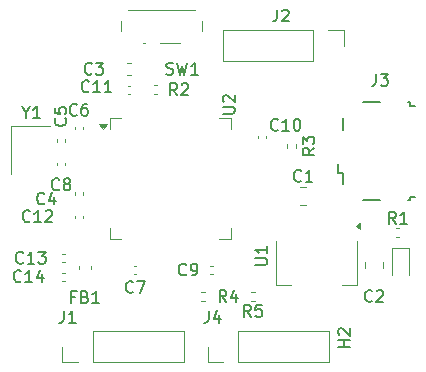
<source format=gbr>
%TF.GenerationSoftware,KiCad,Pcbnew,8.0.3*%
%TF.CreationDate,2024-06-28T00:17:40-05:00*%
%TF.ProjectId,Example PCB,4578616d-706c-4652-9050-43422e6b6963,rev?*%
%TF.SameCoordinates,Original*%
%TF.FileFunction,Legend,Top*%
%TF.FilePolarity,Positive*%
%FSLAX46Y46*%
G04 Gerber Fmt 4.6, Leading zero omitted, Abs format (unit mm)*
G04 Created by KiCad (PCBNEW 8.0.3) date 2024-06-28 00:17:40*
%MOMM*%
%LPD*%
G01*
G04 APERTURE LIST*
%ADD10C,0.150000*%
%ADD11C,0.120000*%
G04 APERTURE END LIST*
D10*
X111666667Y-108157200D02*
X111809524Y-108204819D01*
X111809524Y-108204819D02*
X112047619Y-108204819D01*
X112047619Y-108204819D02*
X112142857Y-108157200D01*
X112142857Y-108157200D02*
X112190476Y-108109580D01*
X112190476Y-108109580D02*
X112238095Y-108014342D01*
X112238095Y-108014342D02*
X112238095Y-107919104D01*
X112238095Y-107919104D02*
X112190476Y-107823866D01*
X112190476Y-107823866D02*
X112142857Y-107776247D01*
X112142857Y-107776247D02*
X112047619Y-107728628D01*
X112047619Y-107728628D02*
X111857143Y-107681009D01*
X111857143Y-107681009D02*
X111761905Y-107633390D01*
X111761905Y-107633390D02*
X111714286Y-107585771D01*
X111714286Y-107585771D02*
X111666667Y-107490533D01*
X111666667Y-107490533D02*
X111666667Y-107395295D01*
X111666667Y-107395295D02*
X111714286Y-107300057D01*
X111714286Y-107300057D02*
X111761905Y-107252438D01*
X111761905Y-107252438D02*
X111857143Y-107204819D01*
X111857143Y-107204819D02*
X112095238Y-107204819D01*
X112095238Y-107204819D02*
X112238095Y-107252438D01*
X112571429Y-107204819D02*
X112809524Y-108204819D01*
X112809524Y-108204819D02*
X113000000Y-107490533D01*
X113000000Y-107490533D02*
X113190476Y-108204819D01*
X113190476Y-108204819D02*
X113428572Y-107204819D01*
X114333333Y-108204819D02*
X113761905Y-108204819D01*
X114047619Y-108204819D02*
X114047619Y-107204819D01*
X114047619Y-107204819D02*
X113952381Y-107347676D01*
X113952381Y-107347676D02*
X113857143Y-107442914D01*
X113857143Y-107442914D02*
X113761905Y-107490533D01*
X127204819Y-131261904D02*
X126204819Y-131261904D01*
X126681009Y-131261904D02*
X126681009Y-130690476D01*
X127204819Y-130690476D02*
X126204819Y-130690476D01*
X126300057Y-130261904D02*
X126252438Y-130214285D01*
X126252438Y-130214285D02*
X126204819Y-130119047D01*
X126204819Y-130119047D02*
X126204819Y-129880952D01*
X126204819Y-129880952D02*
X126252438Y-129785714D01*
X126252438Y-129785714D02*
X126300057Y-129738095D01*
X126300057Y-129738095D02*
X126395295Y-129690476D01*
X126395295Y-129690476D02*
X126490533Y-129690476D01*
X126490533Y-129690476D02*
X126633390Y-129738095D01*
X126633390Y-129738095D02*
X127204819Y-130309523D01*
X127204819Y-130309523D02*
X127204819Y-129690476D01*
X99773809Y-111428628D02*
X99773809Y-111904819D01*
X99440476Y-110904819D02*
X99773809Y-111428628D01*
X99773809Y-111428628D02*
X100107142Y-110904819D01*
X100964285Y-111904819D02*
X100392857Y-111904819D01*
X100678571Y-111904819D02*
X100678571Y-110904819D01*
X100678571Y-110904819D02*
X100583333Y-111047676D01*
X100583333Y-111047676D02*
X100488095Y-111142914D01*
X100488095Y-111142914D02*
X100392857Y-111190533D01*
X116454819Y-111511904D02*
X117264342Y-111511904D01*
X117264342Y-111511904D02*
X117359580Y-111464285D01*
X117359580Y-111464285D02*
X117407200Y-111416666D01*
X117407200Y-111416666D02*
X117454819Y-111321428D01*
X117454819Y-111321428D02*
X117454819Y-111130952D01*
X117454819Y-111130952D02*
X117407200Y-111035714D01*
X117407200Y-111035714D02*
X117359580Y-110988095D01*
X117359580Y-110988095D02*
X117264342Y-110940476D01*
X117264342Y-110940476D02*
X116454819Y-110940476D01*
X116550057Y-110511904D02*
X116502438Y-110464285D01*
X116502438Y-110464285D02*
X116454819Y-110369047D01*
X116454819Y-110369047D02*
X116454819Y-110130952D01*
X116454819Y-110130952D02*
X116502438Y-110035714D01*
X116502438Y-110035714D02*
X116550057Y-109988095D01*
X116550057Y-109988095D02*
X116645295Y-109940476D01*
X116645295Y-109940476D02*
X116740533Y-109940476D01*
X116740533Y-109940476D02*
X116883390Y-109988095D01*
X116883390Y-109988095D02*
X117454819Y-110559523D01*
X117454819Y-110559523D02*
X117454819Y-109940476D01*
X119204819Y-124311904D02*
X120014342Y-124311904D01*
X120014342Y-124311904D02*
X120109580Y-124264285D01*
X120109580Y-124264285D02*
X120157200Y-124216666D01*
X120157200Y-124216666D02*
X120204819Y-124121428D01*
X120204819Y-124121428D02*
X120204819Y-123930952D01*
X120204819Y-123930952D02*
X120157200Y-123835714D01*
X120157200Y-123835714D02*
X120109580Y-123788095D01*
X120109580Y-123788095D02*
X120014342Y-123740476D01*
X120014342Y-123740476D02*
X119204819Y-123740476D01*
X120204819Y-122740476D02*
X120204819Y-123311904D01*
X120204819Y-123026190D02*
X119204819Y-123026190D01*
X119204819Y-123026190D02*
X119347676Y-123121428D01*
X119347676Y-123121428D02*
X119442914Y-123216666D01*
X119442914Y-123216666D02*
X119490533Y-123311904D01*
X118823333Y-128704819D02*
X118490000Y-128228628D01*
X118251905Y-128704819D02*
X118251905Y-127704819D01*
X118251905Y-127704819D02*
X118632857Y-127704819D01*
X118632857Y-127704819D02*
X118728095Y-127752438D01*
X118728095Y-127752438D02*
X118775714Y-127800057D01*
X118775714Y-127800057D02*
X118823333Y-127895295D01*
X118823333Y-127895295D02*
X118823333Y-128038152D01*
X118823333Y-128038152D02*
X118775714Y-128133390D01*
X118775714Y-128133390D02*
X118728095Y-128181009D01*
X118728095Y-128181009D02*
X118632857Y-128228628D01*
X118632857Y-128228628D02*
X118251905Y-128228628D01*
X119728095Y-127704819D02*
X119251905Y-127704819D01*
X119251905Y-127704819D02*
X119204286Y-128181009D01*
X119204286Y-128181009D02*
X119251905Y-128133390D01*
X119251905Y-128133390D02*
X119347143Y-128085771D01*
X119347143Y-128085771D02*
X119585238Y-128085771D01*
X119585238Y-128085771D02*
X119680476Y-128133390D01*
X119680476Y-128133390D02*
X119728095Y-128181009D01*
X119728095Y-128181009D02*
X119775714Y-128276247D01*
X119775714Y-128276247D02*
X119775714Y-128514342D01*
X119775714Y-128514342D02*
X119728095Y-128609580D01*
X119728095Y-128609580D02*
X119680476Y-128657200D01*
X119680476Y-128657200D02*
X119585238Y-128704819D01*
X119585238Y-128704819D02*
X119347143Y-128704819D01*
X119347143Y-128704819D02*
X119251905Y-128657200D01*
X119251905Y-128657200D02*
X119204286Y-128609580D01*
X116743333Y-127454819D02*
X116410000Y-126978628D01*
X116171905Y-127454819D02*
X116171905Y-126454819D01*
X116171905Y-126454819D02*
X116552857Y-126454819D01*
X116552857Y-126454819D02*
X116648095Y-126502438D01*
X116648095Y-126502438D02*
X116695714Y-126550057D01*
X116695714Y-126550057D02*
X116743333Y-126645295D01*
X116743333Y-126645295D02*
X116743333Y-126788152D01*
X116743333Y-126788152D02*
X116695714Y-126883390D01*
X116695714Y-126883390D02*
X116648095Y-126931009D01*
X116648095Y-126931009D02*
X116552857Y-126978628D01*
X116552857Y-126978628D02*
X116171905Y-126978628D01*
X117600476Y-126788152D02*
X117600476Y-127454819D01*
X117362381Y-126407200D02*
X117124286Y-127121485D01*
X117124286Y-127121485D02*
X117743333Y-127121485D01*
X124204819Y-114416666D02*
X123728628Y-114749999D01*
X124204819Y-114988094D02*
X123204819Y-114988094D01*
X123204819Y-114988094D02*
X123204819Y-114607142D01*
X123204819Y-114607142D02*
X123252438Y-114511904D01*
X123252438Y-114511904D02*
X123300057Y-114464285D01*
X123300057Y-114464285D02*
X123395295Y-114416666D01*
X123395295Y-114416666D02*
X123538152Y-114416666D01*
X123538152Y-114416666D02*
X123633390Y-114464285D01*
X123633390Y-114464285D02*
X123681009Y-114511904D01*
X123681009Y-114511904D02*
X123728628Y-114607142D01*
X123728628Y-114607142D02*
X123728628Y-114988094D01*
X123204819Y-114083332D02*
X123204819Y-113464285D01*
X123204819Y-113464285D02*
X123585771Y-113797618D01*
X123585771Y-113797618D02*
X123585771Y-113654761D01*
X123585771Y-113654761D02*
X123633390Y-113559523D01*
X123633390Y-113559523D02*
X123681009Y-113511904D01*
X123681009Y-113511904D02*
X123776247Y-113464285D01*
X123776247Y-113464285D02*
X124014342Y-113464285D01*
X124014342Y-113464285D02*
X124109580Y-113511904D01*
X124109580Y-113511904D02*
X124157200Y-113559523D01*
X124157200Y-113559523D02*
X124204819Y-113654761D01*
X124204819Y-113654761D02*
X124204819Y-113940475D01*
X124204819Y-113940475D02*
X124157200Y-114035713D01*
X124157200Y-114035713D02*
X124109580Y-114083332D01*
X112583333Y-109954819D02*
X112250000Y-109478628D01*
X112011905Y-109954819D02*
X112011905Y-108954819D01*
X112011905Y-108954819D02*
X112392857Y-108954819D01*
X112392857Y-108954819D02*
X112488095Y-109002438D01*
X112488095Y-109002438D02*
X112535714Y-109050057D01*
X112535714Y-109050057D02*
X112583333Y-109145295D01*
X112583333Y-109145295D02*
X112583333Y-109288152D01*
X112583333Y-109288152D02*
X112535714Y-109383390D01*
X112535714Y-109383390D02*
X112488095Y-109431009D01*
X112488095Y-109431009D02*
X112392857Y-109478628D01*
X112392857Y-109478628D02*
X112011905Y-109478628D01*
X112964286Y-109050057D02*
X113011905Y-109002438D01*
X113011905Y-109002438D02*
X113107143Y-108954819D01*
X113107143Y-108954819D02*
X113345238Y-108954819D01*
X113345238Y-108954819D02*
X113440476Y-109002438D01*
X113440476Y-109002438D02*
X113488095Y-109050057D01*
X113488095Y-109050057D02*
X113535714Y-109145295D01*
X113535714Y-109145295D02*
X113535714Y-109240533D01*
X113535714Y-109240533D02*
X113488095Y-109383390D01*
X113488095Y-109383390D02*
X112916667Y-109954819D01*
X112916667Y-109954819D02*
X113535714Y-109954819D01*
X131083333Y-120834819D02*
X130750000Y-120358628D01*
X130511905Y-120834819D02*
X130511905Y-119834819D01*
X130511905Y-119834819D02*
X130892857Y-119834819D01*
X130892857Y-119834819D02*
X130988095Y-119882438D01*
X130988095Y-119882438D02*
X131035714Y-119930057D01*
X131035714Y-119930057D02*
X131083333Y-120025295D01*
X131083333Y-120025295D02*
X131083333Y-120168152D01*
X131083333Y-120168152D02*
X131035714Y-120263390D01*
X131035714Y-120263390D02*
X130988095Y-120311009D01*
X130988095Y-120311009D02*
X130892857Y-120358628D01*
X130892857Y-120358628D02*
X130511905Y-120358628D01*
X132035714Y-120834819D02*
X131464286Y-120834819D01*
X131750000Y-120834819D02*
X131750000Y-119834819D01*
X131750000Y-119834819D02*
X131654762Y-119977676D01*
X131654762Y-119977676D02*
X131559524Y-120072914D01*
X131559524Y-120072914D02*
X131464286Y-120120533D01*
X115246666Y-128204819D02*
X115246666Y-128919104D01*
X115246666Y-128919104D02*
X115199047Y-129061961D01*
X115199047Y-129061961D02*
X115103809Y-129157200D01*
X115103809Y-129157200D02*
X114960952Y-129204819D01*
X114960952Y-129204819D02*
X114865714Y-129204819D01*
X116151428Y-128538152D02*
X116151428Y-129204819D01*
X115913333Y-128157200D02*
X115675238Y-128871485D01*
X115675238Y-128871485D02*
X116294285Y-128871485D01*
X129416666Y-108154819D02*
X129416666Y-108869104D01*
X129416666Y-108869104D02*
X129369047Y-109011961D01*
X129369047Y-109011961D02*
X129273809Y-109107200D01*
X129273809Y-109107200D02*
X129130952Y-109154819D01*
X129130952Y-109154819D02*
X129035714Y-109154819D01*
X129797619Y-108154819D02*
X130416666Y-108154819D01*
X130416666Y-108154819D02*
X130083333Y-108535771D01*
X130083333Y-108535771D02*
X130226190Y-108535771D01*
X130226190Y-108535771D02*
X130321428Y-108583390D01*
X130321428Y-108583390D02*
X130369047Y-108631009D01*
X130369047Y-108631009D02*
X130416666Y-108726247D01*
X130416666Y-108726247D02*
X130416666Y-108964342D01*
X130416666Y-108964342D02*
X130369047Y-109059580D01*
X130369047Y-109059580D02*
X130321428Y-109107200D01*
X130321428Y-109107200D02*
X130226190Y-109154819D01*
X130226190Y-109154819D02*
X129940476Y-109154819D01*
X129940476Y-109154819D02*
X129845238Y-109107200D01*
X129845238Y-109107200D02*
X129797619Y-109059580D01*
X121036666Y-102704819D02*
X121036666Y-103419104D01*
X121036666Y-103419104D02*
X120989047Y-103561961D01*
X120989047Y-103561961D02*
X120893809Y-103657200D01*
X120893809Y-103657200D02*
X120750952Y-103704819D01*
X120750952Y-103704819D02*
X120655714Y-103704819D01*
X121465238Y-102800057D02*
X121512857Y-102752438D01*
X121512857Y-102752438D02*
X121608095Y-102704819D01*
X121608095Y-102704819D02*
X121846190Y-102704819D01*
X121846190Y-102704819D02*
X121941428Y-102752438D01*
X121941428Y-102752438D02*
X121989047Y-102800057D01*
X121989047Y-102800057D02*
X122036666Y-102895295D01*
X122036666Y-102895295D02*
X122036666Y-102990533D01*
X122036666Y-102990533D02*
X121989047Y-103133390D01*
X121989047Y-103133390D02*
X121417619Y-103704819D01*
X121417619Y-103704819D02*
X122036666Y-103704819D01*
X102996666Y-128204819D02*
X102996666Y-128919104D01*
X102996666Y-128919104D02*
X102949047Y-129061961D01*
X102949047Y-129061961D02*
X102853809Y-129157200D01*
X102853809Y-129157200D02*
X102710952Y-129204819D01*
X102710952Y-129204819D02*
X102615714Y-129204819D01*
X103996666Y-129204819D02*
X103425238Y-129204819D01*
X103710952Y-129204819D02*
X103710952Y-128204819D01*
X103710952Y-128204819D02*
X103615714Y-128347676D01*
X103615714Y-128347676D02*
X103520476Y-128442914D01*
X103520476Y-128442914D02*
X103425238Y-128490533D01*
X103916666Y-127011009D02*
X103583333Y-127011009D01*
X103583333Y-127534819D02*
X103583333Y-126534819D01*
X103583333Y-126534819D02*
X104059523Y-126534819D01*
X104773809Y-127011009D02*
X104916666Y-127058628D01*
X104916666Y-127058628D02*
X104964285Y-127106247D01*
X104964285Y-127106247D02*
X105011904Y-127201485D01*
X105011904Y-127201485D02*
X105011904Y-127344342D01*
X105011904Y-127344342D02*
X104964285Y-127439580D01*
X104964285Y-127439580D02*
X104916666Y-127487200D01*
X104916666Y-127487200D02*
X104821428Y-127534819D01*
X104821428Y-127534819D02*
X104440476Y-127534819D01*
X104440476Y-127534819D02*
X104440476Y-126534819D01*
X104440476Y-126534819D02*
X104773809Y-126534819D01*
X104773809Y-126534819D02*
X104869047Y-126582438D01*
X104869047Y-126582438D02*
X104916666Y-126630057D01*
X104916666Y-126630057D02*
X104964285Y-126725295D01*
X104964285Y-126725295D02*
X104964285Y-126820533D01*
X104964285Y-126820533D02*
X104916666Y-126915771D01*
X104916666Y-126915771D02*
X104869047Y-126963390D01*
X104869047Y-126963390D02*
X104773809Y-127011009D01*
X104773809Y-127011009D02*
X104440476Y-127011009D01*
X105964285Y-127534819D02*
X105392857Y-127534819D01*
X105678571Y-127534819D02*
X105678571Y-126534819D01*
X105678571Y-126534819D02*
X105583333Y-126677676D01*
X105583333Y-126677676D02*
X105488095Y-126772914D01*
X105488095Y-126772914D02*
X105392857Y-126820533D01*
X99357142Y-125689580D02*
X99309523Y-125737200D01*
X99309523Y-125737200D02*
X99166666Y-125784819D01*
X99166666Y-125784819D02*
X99071428Y-125784819D01*
X99071428Y-125784819D02*
X98928571Y-125737200D01*
X98928571Y-125737200D02*
X98833333Y-125641961D01*
X98833333Y-125641961D02*
X98785714Y-125546723D01*
X98785714Y-125546723D02*
X98738095Y-125356247D01*
X98738095Y-125356247D02*
X98738095Y-125213390D01*
X98738095Y-125213390D02*
X98785714Y-125022914D01*
X98785714Y-125022914D02*
X98833333Y-124927676D01*
X98833333Y-124927676D02*
X98928571Y-124832438D01*
X98928571Y-124832438D02*
X99071428Y-124784819D01*
X99071428Y-124784819D02*
X99166666Y-124784819D01*
X99166666Y-124784819D02*
X99309523Y-124832438D01*
X99309523Y-124832438D02*
X99357142Y-124880057D01*
X100309523Y-125784819D02*
X99738095Y-125784819D01*
X100023809Y-125784819D02*
X100023809Y-124784819D01*
X100023809Y-124784819D02*
X99928571Y-124927676D01*
X99928571Y-124927676D02*
X99833333Y-125022914D01*
X99833333Y-125022914D02*
X99738095Y-125070533D01*
X101166666Y-125118152D02*
X101166666Y-125784819D01*
X100928571Y-124737200D02*
X100690476Y-125451485D01*
X100690476Y-125451485D02*
X101309523Y-125451485D01*
X99547142Y-124109580D02*
X99499523Y-124157200D01*
X99499523Y-124157200D02*
X99356666Y-124204819D01*
X99356666Y-124204819D02*
X99261428Y-124204819D01*
X99261428Y-124204819D02*
X99118571Y-124157200D01*
X99118571Y-124157200D02*
X99023333Y-124061961D01*
X99023333Y-124061961D02*
X98975714Y-123966723D01*
X98975714Y-123966723D02*
X98928095Y-123776247D01*
X98928095Y-123776247D02*
X98928095Y-123633390D01*
X98928095Y-123633390D02*
X98975714Y-123442914D01*
X98975714Y-123442914D02*
X99023333Y-123347676D01*
X99023333Y-123347676D02*
X99118571Y-123252438D01*
X99118571Y-123252438D02*
X99261428Y-123204819D01*
X99261428Y-123204819D02*
X99356666Y-123204819D01*
X99356666Y-123204819D02*
X99499523Y-123252438D01*
X99499523Y-123252438D02*
X99547142Y-123300057D01*
X100499523Y-124204819D02*
X99928095Y-124204819D01*
X100213809Y-124204819D02*
X100213809Y-123204819D01*
X100213809Y-123204819D02*
X100118571Y-123347676D01*
X100118571Y-123347676D02*
X100023333Y-123442914D01*
X100023333Y-123442914D02*
X99928095Y-123490533D01*
X100832857Y-123204819D02*
X101451904Y-123204819D01*
X101451904Y-123204819D02*
X101118571Y-123585771D01*
X101118571Y-123585771D02*
X101261428Y-123585771D01*
X101261428Y-123585771D02*
X101356666Y-123633390D01*
X101356666Y-123633390D02*
X101404285Y-123681009D01*
X101404285Y-123681009D02*
X101451904Y-123776247D01*
X101451904Y-123776247D02*
X101451904Y-124014342D01*
X101451904Y-124014342D02*
X101404285Y-124109580D01*
X101404285Y-124109580D02*
X101356666Y-124157200D01*
X101356666Y-124157200D02*
X101261428Y-124204819D01*
X101261428Y-124204819D02*
X100975714Y-124204819D01*
X100975714Y-124204819D02*
X100880476Y-124157200D01*
X100880476Y-124157200D02*
X100832857Y-124109580D01*
X100107142Y-120609580D02*
X100059523Y-120657200D01*
X100059523Y-120657200D02*
X99916666Y-120704819D01*
X99916666Y-120704819D02*
X99821428Y-120704819D01*
X99821428Y-120704819D02*
X99678571Y-120657200D01*
X99678571Y-120657200D02*
X99583333Y-120561961D01*
X99583333Y-120561961D02*
X99535714Y-120466723D01*
X99535714Y-120466723D02*
X99488095Y-120276247D01*
X99488095Y-120276247D02*
X99488095Y-120133390D01*
X99488095Y-120133390D02*
X99535714Y-119942914D01*
X99535714Y-119942914D02*
X99583333Y-119847676D01*
X99583333Y-119847676D02*
X99678571Y-119752438D01*
X99678571Y-119752438D02*
X99821428Y-119704819D01*
X99821428Y-119704819D02*
X99916666Y-119704819D01*
X99916666Y-119704819D02*
X100059523Y-119752438D01*
X100059523Y-119752438D02*
X100107142Y-119800057D01*
X101059523Y-120704819D02*
X100488095Y-120704819D01*
X100773809Y-120704819D02*
X100773809Y-119704819D01*
X100773809Y-119704819D02*
X100678571Y-119847676D01*
X100678571Y-119847676D02*
X100583333Y-119942914D01*
X100583333Y-119942914D02*
X100488095Y-119990533D01*
X101440476Y-119800057D02*
X101488095Y-119752438D01*
X101488095Y-119752438D02*
X101583333Y-119704819D01*
X101583333Y-119704819D02*
X101821428Y-119704819D01*
X101821428Y-119704819D02*
X101916666Y-119752438D01*
X101916666Y-119752438D02*
X101964285Y-119800057D01*
X101964285Y-119800057D02*
X102011904Y-119895295D01*
X102011904Y-119895295D02*
X102011904Y-119990533D01*
X102011904Y-119990533D02*
X101964285Y-120133390D01*
X101964285Y-120133390D02*
X101392857Y-120704819D01*
X101392857Y-120704819D02*
X102011904Y-120704819D01*
X105107142Y-109609580D02*
X105059523Y-109657200D01*
X105059523Y-109657200D02*
X104916666Y-109704819D01*
X104916666Y-109704819D02*
X104821428Y-109704819D01*
X104821428Y-109704819D02*
X104678571Y-109657200D01*
X104678571Y-109657200D02*
X104583333Y-109561961D01*
X104583333Y-109561961D02*
X104535714Y-109466723D01*
X104535714Y-109466723D02*
X104488095Y-109276247D01*
X104488095Y-109276247D02*
X104488095Y-109133390D01*
X104488095Y-109133390D02*
X104535714Y-108942914D01*
X104535714Y-108942914D02*
X104583333Y-108847676D01*
X104583333Y-108847676D02*
X104678571Y-108752438D01*
X104678571Y-108752438D02*
X104821428Y-108704819D01*
X104821428Y-108704819D02*
X104916666Y-108704819D01*
X104916666Y-108704819D02*
X105059523Y-108752438D01*
X105059523Y-108752438D02*
X105107142Y-108800057D01*
X106059523Y-109704819D02*
X105488095Y-109704819D01*
X105773809Y-109704819D02*
X105773809Y-108704819D01*
X105773809Y-108704819D02*
X105678571Y-108847676D01*
X105678571Y-108847676D02*
X105583333Y-108942914D01*
X105583333Y-108942914D02*
X105488095Y-108990533D01*
X107011904Y-109704819D02*
X106440476Y-109704819D01*
X106726190Y-109704819D02*
X106726190Y-108704819D01*
X106726190Y-108704819D02*
X106630952Y-108847676D01*
X106630952Y-108847676D02*
X106535714Y-108942914D01*
X106535714Y-108942914D02*
X106440476Y-108990533D01*
X121107142Y-112859580D02*
X121059523Y-112907200D01*
X121059523Y-112907200D02*
X120916666Y-112954819D01*
X120916666Y-112954819D02*
X120821428Y-112954819D01*
X120821428Y-112954819D02*
X120678571Y-112907200D01*
X120678571Y-112907200D02*
X120583333Y-112811961D01*
X120583333Y-112811961D02*
X120535714Y-112716723D01*
X120535714Y-112716723D02*
X120488095Y-112526247D01*
X120488095Y-112526247D02*
X120488095Y-112383390D01*
X120488095Y-112383390D02*
X120535714Y-112192914D01*
X120535714Y-112192914D02*
X120583333Y-112097676D01*
X120583333Y-112097676D02*
X120678571Y-112002438D01*
X120678571Y-112002438D02*
X120821428Y-111954819D01*
X120821428Y-111954819D02*
X120916666Y-111954819D01*
X120916666Y-111954819D02*
X121059523Y-112002438D01*
X121059523Y-112002438D02*
X121107142Y-112050057D01*
X122059523Y-112954819D02*
X121488095Y-112954819D01*
X121773809Y-112954819D02*
X121773809Y-111954819D01*
X121773809Y-111954819D02*
X121678571Y-112097676D01*
X121678571Y-112097676D02*
X121583333Y-112192914D01*
X121583333Y-112192914D02*
X121488095Y-112240533D01*
X122678571Y-111954819D02*
X122773809Y-111954819D01*
X122773809Y-111954819D02*
X122869047Y-112002438D01*
X122869047Y-112002438D02*
X122916666Y-112050057D01*
X122916666Y-112050057D02*
X122964285Y-112145295D01*
X122964285Y-112145295D02*
X123011904Y-112335771D01*
X123011904Y-112335771D02*
X123011904Y-112573866D01*
X123011904Y-112573866D02*
X122964285Y-112764342D01*
X122964285Y-112764342D02*
X122916666Y-112859580D01*
X122916666Y-112859580D02*
X122869047Y-112907200D01*
X122869047Y-112907200D02*
X122773809Y-112954819D01*
X122773809Y-112954819D02*
X122678571Y-112954819D01*
X122678571Y-112954819D02*
X122583333Y-112907200D01*
X122583333Y-112907200D02*
X122535714Y-112859580D01*
X122535714Y-112859580D02*
X122488095Y-112764342D01*
X122488095Y-112764342D02*
X122440476Y-112573866D01*
X122440476Y-112573866D02*
X122440476Y-112335771D01*
X122440476Y-112335771D02*
X122488095Y-112145295D01*
X122488095Y-112145295D02*
X122535714Y-112050057D01*
X122535714Y-112050057D02*
X122583333Y-112002438D01*
X122583333Y-112002438D02*
X122678571Y-111954819D01*
X113333333Y-125109580D02*
X113285714Y-125157200D01*
X113285714Y-125157200D02*
X113142857Y-125204819D01*
X113142857Y-125204819D02*
X113047619Y-125204819D01*
X113047619Y-125204819D02*
X112904762Y-125157200D01*
X112904762Y-125157200D02*
X112809524Y-125061961D01*
X112809524Y-125061961D02*
X112761905Y-124966723D01*
X112761905Y-124966723D02*
X112714286Y-124776247D01*
X112714286Y-124776247D02*
X112714286Y-124633390D01*
X112714286Y-124633390D02*
X112761905Y-124442914D01*
X112761905Y-124442914D02*
X112809524Y-124347676D01*
X112809524Y-124347676D02*
X112904762Y-124252438D01*
X112904762Y-124252438D02*
X113047619Y-124204819D01*
X113047619Y-124204819D02*
X113142857Y-124204819D01*
X113142857Y-124204819D02*
X113285714Y-124252438D01*
X113285714Y-124252438D02*
X113333333Y-124300057D01*
X113809524Y-125204819D02*
X114000000Y-125204819D01*
X114000000Y-125204819D02*
X114095238Y-125157200D01*
X114095238Y-125157200D02*
X114142857Y-125109580D01*
X114142857Y-125109580D02*
X114238095Y-124966723D01*
X114238095Y-124966723D02*
X114285714Y-124776247D01*
X114285714Y-124776247D02*
X114285714Y-124395295D01*
X114285714Y-124395295D02*
X114238095Y-124300057D01*
X114238095Y-124300057D02*
X114190476Y-124252438D01*
X114190476Y-124252438D02*
X114095238Y-124204819D01*
X114095238Y-124204819D02*
X113904762Y-124204819D01*
X113904762Y-124204819D02*
X113809524Y-124252438D01*
X113809524Y-124252438D02*
X113761905Y-124300057D01*
X113761905Y-124300057D02*
X113714286Y-124395295D01*
X113714286Y-124395295D02*
X113714286Y-124633390D01*
X113714286Y-124633390D02*
X113761905Y-124728628D01*
X113761905Y-124728628D02*
X113809524Y-124776247D01*
X113809524Y-124776247D02*
X113904762Y-124823866D01*
X113904762Y-124823866D02*
X114095238Y-124823866D01*
X114095238Y-124823866D02*
X114190476Y-124776247D01*
X114190476Y-124776247D02*
X114238095Y-124728628D01*
X114238095Y-124728628D02*
X114285714Y-124633390D01*
X102583333Y-117909580D02*
X102535714Y-117957200D01*
X102535714Y-117957200D02*
X102392857Y-118004819D01*
X102392857Y-118004819D02*
X102297619Y-118004819D01*
X102297619Y-118004819D02*
X102154762Y-117957200D01*
X102154762Y-117957200D02*
X102059524Y-117861961D01*
X102059524Y-117861961D02*
X102011905Y-117766723D01*
X102011905Y-117766723D02*
X101964286Y-117576247D01*
X101964286Y-117576247D02*
X101964286Y-117433390D01*
X101964286Y-117433390D02*
X102011905Y-117242914D01*
X102011905Y-117242914D02*
X102059524Y-117147676D01*
X102059524Y-117147676D02*
X102154762Y-117052438D01*
X102154762Y-117052438D02*
X102297619Y-117004819D01*
X102297619Y-117004819D02*
X102392857Y-117004819D01*
X102392857Y-117004819D02*
X102535714Y-117052438D01*
X102535714Y-117052438D02*
X102583333Y-117100057D01*
X103154762Y-117433390D02*
X103059524Y-117385771D01*
X103059524Y-117385771D02*
X103011905Y-117338152D01*
X103011905Y-117338152D02*
X102964286Y-117242914D01*
X102964286Y-117242914D02*
X102964286Y-117195295D01*
X102964286Y-117195295D02*
X103011905Y-117100057D01*
X103011905Y-117100057D02*
X103059524Y-117052438D01*
X103059524Y-117052438D02*
X103154762Y-117004819D01*
X103154762Y-117004819D02*
X103345238Y-117004819D01*
X103345238Y-117004819D02*
X103440476Y-117052438D01*
X103440476Y-117052438D02*
X103488095Y-117100057D01*
X103488095Y-117100057D02*
X103535714Y-117195295D01*
X103535714Y-117195295D02*
X103535714Y-117242914D01*
X103535714Y-117242914D02*
X103488095Y-117338152D01*
X103488095Y-117338152D02*
X103440476Y-117385771D01*
X103440476Y-117385771D02*
X103345238Y-117433390D01*
X103345238Y-117433390D02*
X103154762Y-117433390D01*
X103154762Y-117433390D02*
X103059524Y-117481009D01*
X103059524Y-117481009D02*
X103011905Y-117528628D01*
X103011905Y-117528628D02*
X102964286Y-117623866D01*
X102964286Y-117623866D02*
X102964286Y-117814342D01*
X102964286Y-117814342D02*
X103011905Y-117909580D01*
X103011905Y-117909580D02*
X103059524Y-117957200D01*
X103059524Y-117957200D02*
X103154762Y-118004819D01*
X103154762Y-118004819D02*
X103345238Y-118004819D01*
X103345238Y-118004819D02*
X103440476Y-117957200D01*
X103440476Y-117957200D02*
X103488095Y-117909580D01*
X103488095Y-117909580D02*
X103535714Y-117814342D01*
X103535714Y-117814342D02*
X103535714Y-117623866D01*
X103535714Y-117623866D02*
X103488095Y-117528628D01*
X103488095Y-117528628D02*
X103440476Y-117481009D01*
X103440476Y-117481009D02*
X103345238Y-117433390D01*
X108833333Y-126609580D02*
X108785714Y-126657200D01*
X108785714Y-126657200D02*
X108642857Y-126704819D01*
X108642857Y-126704819D02*
X108547619Y-126704819D01*
X108547619Y-126704819D02*
X108404762Y-126657200D01*
X108404762Y-126657200D02*
X108309524Y-126561961D01*
X108309524Y-126561961D02*
X108261905Y-126466723D01*
X108261905Y-126466723D02*
X108214286Y-126276247D01*
X108214286Y-126276247D02*
X108214286Y-126133390D01*
X108214286Y-126133390D02*
X108261905Y-125942914D01*
X108261905Y-125942914D02*
X108309524Y-125847676D01*
X108309524Y-125847676D02*
X108404762Y-125752438D01*
X108404762Y-125752438D02*
X108547619Y-125704819D01*
X108547619Y-125704819D02*
X108642857Y-125704819D01*
X108642857Y-125704819D02*
X108785714Y-125752438D01*
X108785714Y-125752438D02*
X108833333Y-125800057D01*
X109166667Y-125704819D02*
X109833333Y-125704819D01*
X109833333Y-125704819D02*
X109404762Y-126704819D01*
X104083333Y-111589580D02*
X104035714Y-111637200D01*
X104035714Y-111637200D02*
X103892857Y-111684819D01*
X103892857Y-111684819D02*
X103797619Y-111684819D01*
X103797619Y-111684819D02*
X103654762Y-111637200D01*
X103654762Y-111637200D02*
X103559524Y-111541961D01*
X103559524Y-111541961D02*
X103511905Y-111446723D01*
X103511905Y-111446723D02*
X103464286Y-111256247D01*
X103464286Y-111256247D02*
X103464286Y-111113390D01*
X103464286Y-111113390D02*
X103511905Y-110922914D01*
X103511905Y-110922914D02*
X103559524Y-110827676D01*
X103559524Y-110827676D02*
X103654762Y-110732438D01*
X103654762Y-110732438D02*
X103797619Y-110684819D01*
X103797619Y-110684819D02*
X103892857Y-110684819D01*
X103892857Y-110684819D02*
X104035714Y-110732438D01*
X104035714Y-110732438D02*
X104083333Y-110780057D01*
X104940476Y-110684819D02*
X104750000Y-110684819D01*
X104750000Y-110684819D02*
X104654762Y-110732438D01*
X104654762Y-110732438D02*
X104607143Y-110780057D01*
X104607143Y-110780057D02*
X104511905Y-110922914D01*
X104511905Y-110922914D02*
X104464286Y-111113390D01*
X104464286Y-111113390D02*
X104464286Y-111494342D01*
X104464286Y-111494342D02*
X104511905Y-111589580D01*
X104511905Y-111589580D02*
X104559524Y-111637200D01*
X104559524Y-111637200D02*
X104654762Y-111684819D01*
X104654762Y-111684819D02*
X104845238Y-111684819D01*
X104845238Y-111684819D02*
X104940476Y-111637200D01*
X104940476Y-111637200D02*
X104988095Y-111589580D01*
X104988095Y-111589580D02*
X105035714Y-111494342D01*
X105035714Y-111494342D02*
X105035714Y-111256247D01*
X105035714Y-111256247D02*
X104988095Y-111161009D01*
X104988095Y-111161009D02*
X104940476Y-111113390D01*
X104940476Y-111113390D02*
X104845238Y-111065771D01*
X104845238Y-111065771D02*
X104654762Y-111065771D01*
X104654762Y-111065771D02*
X104559524Y-111113390D01*
X104559524Y-111113390D02*
X104511905Y-111161009D01*
X104511905Y-111161009D02*
X104464286Y-111256247D01*
X103109580Y-111916666D02*
X103157200Y-111964285D01*
X103157200Y-111964285D02*
X103204819Y-112107142D01*
X103204819Y-112107142D02*
X103204819Y-112202380D01*
X103204819Y-112202380D02*
X103157200Y-112345237D01*
X103157200Y-112345237D02*
X103061961Y-112440475D01*
X103061961Y-112440475D02*
X102966723Y-112488094D01*
X102966723Y-112488094D02*
X102776247Y-112535713D01*
X102776247Y-112535713D02*
X102633390Y-112535713D01*
X102633390Y-112535713D02*
X102442914Y-112488094D01*
X102442914Y-112488094D02*
X102347676Y-112440475D01*
X102347676Y-112440475D02*
X102252438Y-112345237D01*
X102252438Y-112345237D02*
X102204819Y-112202380D01*
X102204819Y-112202380D02*
X102204819Y-112107142D01*
X102204819Y-112107142D02*
X102252438Y-111964285D01*
X102252438Y-111964285D02*
X102300057Y-111916666D01*
X102204819Y-111011904D02*
X102204819Y-111488094D01*
X102204819Y-111488094D02*
X102681009Y-111535713D01*
X102681009Y-111535713D02*
X102633390Y-111488094D01*
X102633390Y-111488094D02*
X102585771Y-111392856D01*
X102585771Y-111392856D02*
X102585771Y-111154761D01*
X102585771Y-111154761D02*
X102633390Y-111059523D01*
X102633390Y-111059523D02*
X102681009Y-111011904D01*
X102681009Y-111011904D02*
X102776247Y-110964285D01*
X102776247Y-110964285D02*
X103014342Y-110964285D01*
X103014342Y-110964285D02*
X103109580Y-111011904D01*
X103109580Y-111011904D02*
X103157200Y-111059523D01*
X103157200Y-111059523D02*
X103204819Y-111154761D01*
X103204819Y-111154761D02*
X103204819Y-111392856D01*
X103204819Y-111392856D02*
X103157200Y-111488094D01*
X103157200Y-111488094D02*
X103109580Y-111535713D01*
X101333333Y-119109580D02*
X101285714Y-119157200D01*
X101285714Y-119157200D02*
X101142857Y-119204819D01*
X101142857Y-119204819D02*
X101047619Y-119204819D01*
X101047619Y-119204819D02*
X100904762Y-119157200D01*
X100904762Y-119157200D02*
X100809524Y-119061961D01*
X100809524Y-119061961D02*
X100761905Y-118966723D01*
X100761905Y-118966723D02*
X100714286Y-118776247D01*
X100714286Y-118776247D02*
X100714286Y-118633390D01*
X100714286Y-118633390D02*
X100761905Y-118442914D01*
X100761905Y-118442914D02*
X100809524Y-118347676D01*
X100809524Y-118347676D02*
X100904762Y-118252438D01*
X100904762Y-118252438D02*
X101047619Y-118204819D01*
X101047619Y-118204819D02*
X101142857Y-118204819D01*
X101142857Y-118204819D02*
X101285714Y-118252438D01*
X101285714Y-118252438D02*
X101333333Y-118300057D01*
X102190476Y-118538152D02*
X102190476Y-119204819D01*
X101952381Y-118157200D02*
X101714286Y-118871485D01*
X101714286Y-118871485D02*
X102333333Y-118871485D01*
X105358333Y-108109580D02*
X105310714Y-108157200D01*
X105310714Y-108157200D02*
X105167857Y-108204819D01*
X105167857Y-108204819D02*
X105072619Y-108204819D01*
X105072619Y-108204819D02*
X104929762Y-108157200D01*
X104929762Y-108157200D02*
X104834524Y-108061961D01*
X104834524Y-108061961D02*
X104786905Y-107966723D01*
X104786905Y-107966723D02*
X104739286Y-107776247D01*
X104739286Y-107776247D02*
X104739286Y-107633390D01*
X104739286Y-107633390D02*
X104786905Y-107442914D01*
X104786905Y-107442914D02*
X104834524Y-107347676D01*
X104834524Y-107347676D02*
X104929762Y-107252438D01*
X104929762Y-107252438D02*
X105072619Y-107204819D01*
X105072619Y-107204819D02*
X105167857Y-107204819D01*
X105167857Y-107204819D02*
X105310714Y-107252438D01*
X105310714Y-107252438D02*
X105358333Y-107300057D01*
X105691667Y-107204819D02*
X106310714Y-107204819D01*
X106310714Y-107204819D02*
X105977381Y-107585771D01*
X105977381Y-107585771D02*
X106120238Y-107585771D01*
X106120238Y-107585771D02*
X106215476Y-107633390D01*
X106215476Y-107633390D02*
X106263095Y-107681009D01*
X106263095Y-107681009D02*
X106310714Y-107776247D01*
X106310714Y-107776247D02*
X106310714Y-108014342D01*
X106310714Y-108014342D02*
X106263095Y-108109580D01*
X106263095Y-108109580D02*
X106215476Y-108157200D01*
X106215476Y-108157200D02*
X106120238Y-108204819D01*
X106120238Y-108204819D02*
X105834524Y-108204819D01*
X105834524Y-108204819D02*
X105739286Y-108157200D01*
X105739286Y-108157200D02*
X105691667Y-108109580D01*
X129083333Y-127359580D02*
X129035714Y-127407200D01*
X129035714Y-127407200D02*
X128892857Y-127454819D01*
X128892857Y-127454819D02*
X128797619Y-127454819D01*
X128797619Y-127454819D02*
X128654762Y-127407200D01*
X128654762Y-127407200D02*
X128559524Y-127311961D01*
X128559524Y-127311961D02*
X128511905Y-127216723D01*
X128511905Y-127216723D02*
X128464286Y-127026247D01*
X128464286Y-127026247D02*
X128464286Y-126883390D01*
X128464286Y-126883390D02*
X128511905Y-126692914D01*
X128511905Y-126692914D02*
X128559524Y-126597676D01*
X128559524Y-126597676D02*
X128654762Y-126502438D01*
X128654762Y-126502438D02*
X128797619Y-126454819D01*
X128797619Y-126454819D02*
X128892857Y-126454819D01*
X128892857Y-126454819D02*
X129035714Y-126502438D01*
X129035714Y-126502438D02*
X129083333Y-126550057D01*
X129464286Y-126550057D02*
X129511905Y-126502438D01*
X129511905Y-126502438D02*
X129607143Y-126454819D01*
X129607143Y-126454819D02*
X129845238Y-126454819D01*
X129845238Y-126454819D02*
X129940476Y-126502438D01*
X129940476Y-126502438D02*
X129988095Y-126550057D01*
X129988095Y-126550057D02*
X130035714Y-126645295D01*
X130035714Y-126645295D02*
X130035714Y-126740533D01*
X130035714Y-126740533D02*
X129988095Y-126883390D01*
X129988095Y-126883390D02*
X129416667Y-127454819D01*
X129416667Y-127454819D02*
X130035714Y-127454819D01*
X123083333Y-117179580D02*
X123035714Y-117227200D01*
X123035714Y-117227200D02*
X122892857Y-117274819D01*
X122892857Y-117274819D02*
X122797619Y-117274819D01*
X122797619Y-117274819D02*
X122654762Y-117227200D01*
X122654762Y-117227200D02*
X122559524Y-117131961D01*
X122559524Y-117131961D02*
X122511905Y-117036723D01*
X122511905Y-117036723D02*
X122464286Y-116846247D01*
X122464286Y-116846247D02*
X122464286Y-116703390D01*
X122464286Y-116703390D02*
X122511905Y-116512914D01*
X122511905Y-116512914D02*
X122559524Y-116417676D01*
X122559524Y-116417676D02*
X122654762Y-116322438D01*
X122654762Y-116322438D02*
X122797619Y-116274819D01*
X122797619Y-116274819D02*
X122892857Y-116274819D01*
X122892857Y-116274819D02*
X123035714Y-116322438D01*
X123035714Y-116322438D02*
X123083333Y-116370057D01*
X124035714Y-117274819D02*
X123464286Y-117274819D01*
X123750000Y-117274819D02*
X123750000Y-116274819D01*
X123750000Y-116274819D02*
X123654762Y-116417676D01*
X123654762Y-116417676D02*
X123559524Y-116512914D01*
X123559524Y-116512914D02*
X123464286Y-116560533D01*
D11*
%TO.C,SW1*%
X114700000Y-104500000D02*
X114700000Y-103710000D01*
X114100000Y-102700000D02*
X108400000Y-102700000D01*
X112850000Y-105550000D02*
X111150000Y-105550000D01*
X109850000Y-105550000D02*
X109650000Y-105550000D01*
X107800000Y-103710000D02*
X107800000Y-104500000D01*
%TO.C,Y1*%
X101800000Y-112600000D02*
X98500000Y-112600000D01*
X98500000Y-112600000D02*
X98500000Y-116600000D01*
%TO.C,U2*%
X106890000Y-111890000D02*
X106890000Y-112840000D01*
X106890000Y-122110000D02*
X106890000Y-121160000D01*
X107840000Y-111890000D02*
X106890000Y-111890000D01*
X107840000Y-122110000D02*
X106890000Y-122110000D01*
X116160000Y-111890000D02*
X117110000Y-111890000D01*
X116160000Y-122110000D02*
X117110000Y-122110000D01*
X117110000Y-111890000D02*
X117110000Y-112840000D01*
X117110000Y-122110000D02*
X117110000Y-121160000D01*
X106275000Y-112840000D02*
X105935000Y-112370000D01*
X106615000Y-112370000D01*
X106275000Y-112840000D01*
G36*
X106275000Y-112840000D02*
G01*
X105935000Y-112370000D01*
X106615000Y-112370000D01*
X106275000Y-112840000D01*
G37*
%TO.C,U1*%
X128040000Y-121260000D02*
X127710000Y-121020000D01*
X128040000Y-120780000D01*
X128040000Y-121260000D01*
G36*
X128040000Y-121260000D02*
G01*
X127710000Y-121020000D01*
X128040000Y-120780000D01*
X128040000Y-121260000D01*
G37*
X120990000Y-126060000D02*
X122250000Y-126060000D01*
X127810000Y-126060000D02*
X126550000Y-126060000D01*
X120990000Y-122300000D02*
X120990000Y-126060000D01*
X127810000Y-122300000D02*
X127810000Y-126060000D01*
%TO.C,R5*%
X118836359Y-127380000D02*
X119143641Y-127380000D01*
X118836359Y-126620000D02*
X119143641Y-126620000D01*
%TO.C,R4*%
X114903641Y-126620000D02*
X114596359Y-126620000D01*
X114903641Y-127380000D02*
X114596359Y-127380000D01*
%TO.C,R3*%
X122630000Y-114393641D02*
X122630000Y-114086359D01*
X121870000Y-114393641D02*
X121870000Y-114086359D01*
%TO.C,R2*%
X110893641Y-109880000D02*
X110586359Y-109880000D01*
X110893641Y-109120000D02*
X110586359Y-109120000D01*
%TO.C,R1*%
X131096359Y-121930000D02*
X131403641Y-121930000D01*
X131096359Y-121170000D02*
X131403641Y-121170000D01*
%TO.C,J4*%
X115170000Y-132580000D02*
X115170000Y-131250000D01*
X116500000Y-132580000D02*
X115170000Y-132580000D01*
X117770000Y-132580000D02*
X125450000Y-132580000D01*
X117770000Y-132580000D02*
X117770000Y-129920000D01*
X125450000Y-132580000D02*
X125450000Y-129920000D01*
X117770000Y-129920000D02*
X125450000Y-129920000D01*
D10*
%TO.C,J3*%
X128345000Y-118850000D02*
X129745000Y-118850000D01*
X132145000Y-118850000D02*
X132295000Y-118850000D01*
X132295000Y-118850000D02*
X132295000Y-118550000D01*
X132295000Y-118550000D02*
X132745000Y-118550000D01*
X126170000Y-116500000D02*
X126595000Y-116500000D01*
X126595000Y-116500000D02*
X126595000Y-117500000D01*
X126170000Y-115775000D02*
X126170000Y-116500000D01*
X126595000Y-112900000D02*
X126595000Y-111900000D01*
X132295000Y-110850000D02*
X132295000Y-110550000D01*
X132745000Y-110850000D02*
X132295000Y-110850000D01*
X129745000Y-110550000D02*
X128345000Y-110550000D01*
X132295000Y-110550000D02*
X132145000Y-110550000D01*
D11*
%TO.C,J2*%
X124100000Y-107080000D02*
X116420000Y-107080000D01*
X116420000Y-104420000D02*
X116420000Y-107080000D01*
X124100000Y-104420000D02*
X124100000Y-107080000D01*
X124100000Y-104420000D02*
X116420000Y-104420000D01*
X125370000Y-104420000D02*
X126700000Y-104420000D01*
X126700000Y-104420000D02*
X126700000Y-105750000D01*
%TO.C,J1*%
X105470000Y-129920000D02*
X113150000Y-129920000D01*
X113150000Y-132580000D02*
X113150000Y-129920000D01*
X105470000Y-132580000D02*
X105470000Y-129920000D01*
X105470000Y-132580000D02*
X113150000Y-132580000D01*
X104200000Y-132580000D02*
X102870000Y-132580000D01*
X102870000Y-132580000D02*
X102870000Y-131250000D01*
%TO.C,FB1*%
X105260000Y-124379721D02*
X105260000Y-124705279D01*
X104240000Y-124379721D02*
X104240000Y-124705279D01*
%TO.C,D1*%
X132235000Y-125137500D02*
X132235000Y-122852500D01*
X130765000Y-122852500D02*
X130765000Y-125137500D01*
X132235000Y-122852500D02*
X130765000Y-122852500D01*
%TO.C,C14*%
X103067836Y-125690000D02*
X102852164Y-125690000D01*
X103067836Y-124970000D02*
X102852164Y-124970000D01*
%TO.C,C13*%
X103067836Y-124110000D02*
X102852164Y-124110000D01*
X103067836Y-123390000D02*
X102852164Y-123390000D01*
%TO.C,C12*%
X103890000Y-120377836D02*
X103890000Y-120162164D01*
X104610000Y-120377836D02*
X104610000Y-120162164D01*
%TO.C,C11*%
X108392164Y-109140000D02*
X108607836Y-109140000D01*
X108392164Y-109860000D02*
X108607836Y-109860000D01*
%TO.C,C10*%
X120110000Y-113392164D02*
X120110000Y-113607836D01*
X119390000Y-113392164D02*
X119390000Y-113607836D01*
%TO.C,C9*%
X115607836Y-125110000D02*
X115392164Y-125110000D01*
X115607836Y-124390000D02*
X115392164Y-124390000D01*
%TO.C,C8*%
X102390000Y-115877836D02*
X102390000Y-115662164D01*
X103110000Y-115877836D02*
X103110000Y-115662164D01*
%TO.C,C7*%
X109107836Y-125110000D02*
X108892164Y-125110000D01*
X109107836Y-124390000D02*
X108892164Y-124390000D01*
%TO.C,C6*%
X103890000Y-112857836D02*
X103890000Y-112642164D01*
X104610000Y-112857836D02*
X104610000Y-112642164D01*
%TO.C,C5*%
X102390000Y-113877836D02*
X102390000Y-113662164D01*
X103110000Y-113877836D02*
X103110000Y-113662164D01*
%TO.C,C4*%
X104610000Y-118162164D02*
X104610000Y-118377836D01*
X103890000Y-118162164D02*
X103890000Y-118377836D01*
%TO.C,C3*%
X108359420Y-107240000D02*
X108640580Y-107240000D01*
X108359420Y-108260000D02*
X108640580Y-108260000D01*
%TO.C,C2*%
X129985000Y-124611252D02*
X129985000Y-124088748D01*
X128515000Y-124611252D02*
X128515000Y-124088748D01*
%TO.C,C1*%
X122988748Y-117765000D02*
X123511252Y-117765000D01*
X122988748Y-119235000D02*
X123511252Y-119235000D01*
%TD*%
M02*

</source>
